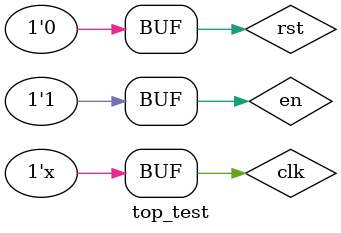
<source format=v>
`timescale 1ns / 1ps


module top_test(

    );
reg		clk;
reg		rst;
reg		en;
wire	[13:0]dout;
wire	dout_valid;
initial begin
	clk=0;
	rst=1;
	en=0;
	#20 rst=0;
	#20 en=1;
end	

always #5 clk=~clk;
	
	
top uut(
	.clk(clk),
	.rst(rst),
	.en(en),
	.dout(dout),
	.dout_valid(dout_valid)
    );
	
endmodule

</source>
